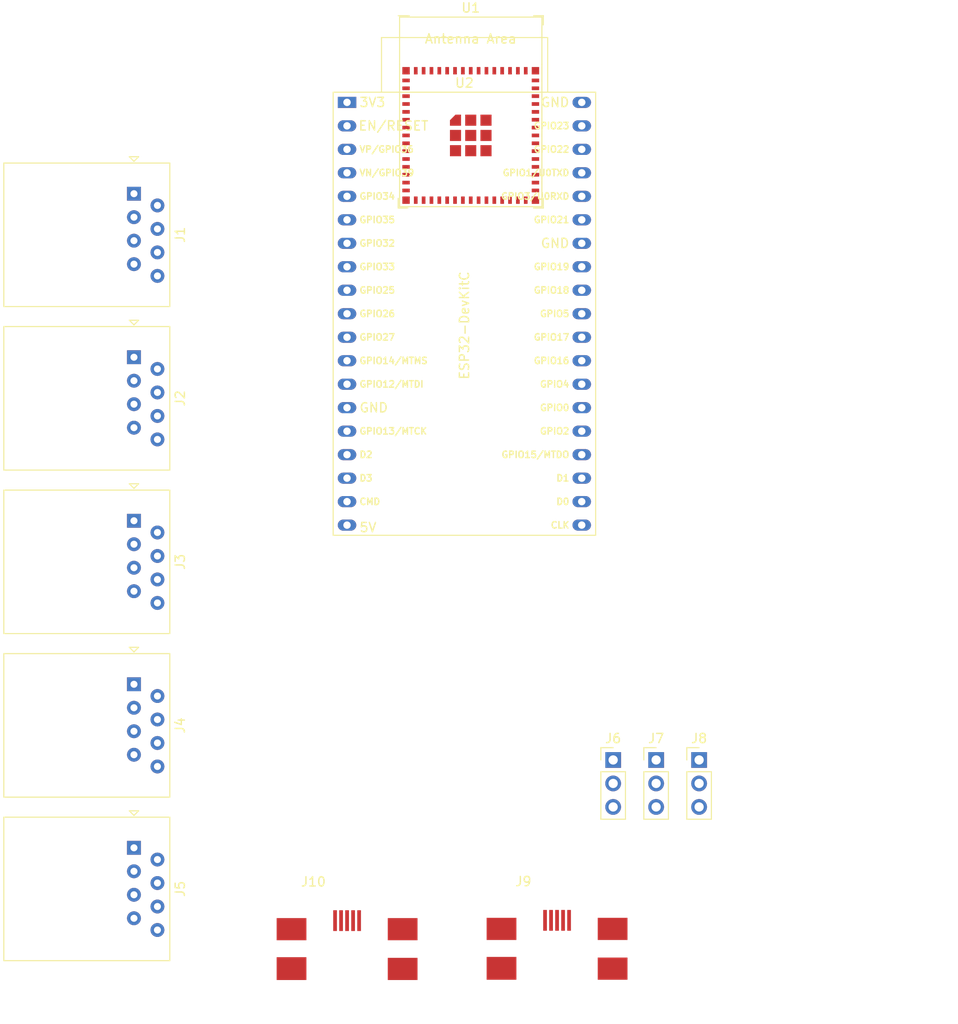
<source format=kicad_pcb>
(kicad_pcb (version 20221018) (generator pcbnew)
  (layers (0 "F.Cu" signal) (31 "B.Cu" signal) (34 "B.Paste" user) (35 "F.Paste" user) (36 "B.SilkS" user "B.Silkscreen") (37 "F.SilkS" user "F.Silkscreen") (38 "B.Mask" user) (39 "F.Mask" user) (44 "Edge.Cuts" user))
  (net 0 "")
  (net 1 "Net-(U1-GND-Pad1)")
  (net 56 "Net-(U2-GND-Pad14)")
  (footprint "ZX62M-B-5P_01_:HRS_ZX62M-B-5P-4" (layer "F.Cu") (at 101.47 176.24)
    (fp_text reference "J9" (at -3.64087 -8.15818) (layer "F.SilkS") (effects (font (size 1.001622 1.001622))))
    (fp_text value "USB_B_Micro")
    (pad "1" smd rect (at -1.3 -3.955 90) (size 2.25 0.4) (layers "F.Cu" "F.Paste" "F.Mask"))
    (pad "2" smd rect (at -0.65 -3.955 90) (size 2.25 0.4) (layers "F.Cu" "F.Paste" "F.Mask"))
    (pad "3" smd rect (at 0 -3.955 90) (size 2.25 0.4) (layers "F.Cu" "F.Paste" "F.Mask"))
    (pad "4" smd rect (at 0.65 -3.955 90) (size 2.25 0.4) (layers "F.Cu" "F.Paste" "F.Mask"))
    (pad "5" smd rect (at 1.3 -3.955 90) (size 2.25 0.4) (layers "F.Cu" "F.Paste" "F.Mask"))
    (pad "S1" smd rect (at 6.01 1.27 90) (size 2.4 3.22) (layers "F.Cu" "F.Paste" "F.Mask"))
    (pad "S2" smd rect (at -6.01 1.235 90) (size 2.47 3.22) (layers "F.Cu" "F.Paste" "F.Mask"))
    (pad "S3" smd rect (at -6.01 -3.03 90) (size 2.4 3.22) (layers "F.Cu" "F.Paste" "F.Mask"))
    (pad "S6" smd rect (at 6.01 -3.03 90) (size 2.4 3.22) (layers "F.Cu" "F.Paste" "F.Mask"))
  )
  (footprint "Connector_RJ:RJ45_Amphenol_54602-x08_Horizontal" (layer "F.Cu") (at 55.69 111.385 -90)
    (fp_text reference "J2" (at 4.445 -5 90) (layer "F.SilkS"))
    (fp_text value "RJ45")
    (fp_line (start -4 -0.5) (end -4 0.5) (stroke (width 0.12)) (layer "F.SilkS"))
    (fp_line (start -4 0.5) (end -3.5 0) (stroke (width 0.12)) (layer "F.SilkS"))
    (fp_line (start -3.5 0) (end -4 -0.5) (stroke (width 0.12)) (layer "F.SilkS"))
    (fp_line (start -3.315 -3.88) (end -3.315 14.08) (stroke (width 0.12)) (layer "F.SilkS"))
    (fp_line (start -3.315 14.08) (end 12.205 14.08) (stroke (width 0.12)) (layer "F.SilkS"))
    (fp_line (start 12.205 -3.88) (end -3.315 -3.88) (stroke (width 0.12)) (layer "F.SilkS"))
    (fp_line (start 12.205 -3.88) (end 12.205 14.08) (stroke (width 0.12)) (layer "F.SilkS"))
    (pad "" np_thru_hole circle (at -1.27 6.35 270) (size 3.2 3.2) (drill 3.2) (layers "*.Cu" "*.Mask"))
    (pad "" np_thru_hole circle (at 10.16 6.35 270) (size 3.2 3.2) (drill 3.2) (layers "*.Cu" "*.Mask"))
    (pad "1" thru_hole rect (at 0 0 270) (size 1.5 1.5) (drill 0.76) (layers "*.Cu" "*.Mask"))
    (pad "2" thru_hole circle (at 1.27 -2.54 270) (size 1.5 1.5) (drill 0.76) (layers "*.Cu" "*.Mask"))
    (pad "3" thru_hole circle (at 2.54 0 270) (size 1.5 1.5) (drill 0.76) (layers "*.Cu" "*.Mask"))
    (pad "4" thru_hole circle (at 3.81 -2.54 270) (size 1.5 1.5) (drill 0.76) (layers "*.Cu" "*.Mask"))
    (pad "5" thru_hole circle (at 5.08 0 270) (size 1.5 1.5) (drill 0.76) (layers "*.Cu" "*.Mask"))
    (pad "6" thru_hole circle (at 6.35 -2.54 270) (size 1.5 1.5) (drill 0.76) (layers "*.Cu" "*.Mask"))
    (pad "7" thru_hole circle (at 7.62 0 270) (size 1.5 1.5) (drill 0.76) (layers "*.Cu" "*.Mask"))
    (pad "8" thru_hole circle (at 8.89 -2.54 270) (size 1.5 1.5) (drill 0.76) (layers "*.Cu" "*.Mask"))
  )
  (footprint "Connector_RJ:RJ45_Amphenol_54602-x08_Horizontal" (layer "F.Cu") (at 55.69 93.7 -90)
    (fp_text reference "J1" (at 4.445 -5 90) (layer "F.SilkS"))
    (fp_text value "RJ45")
    (fp_line (start -4 -0.5) (end -4 0.5) (stroke (width 0.12)) (layer "F.SilkS"))
    (fp_line (start -4 0.5) (end -3.5 0) (stroke (width 0.12)) (layer "F.SilkS"))
    (fp_line (start -3.5 0) (end -4 -0.5) (stroke (width 0.12)) (layer "F.SilkS"))
    (fp_line (start -3.315 -3.88) (end -3.315 14.08) (stroke (width 0.12)) (layer "F.SilkS"))
    (fp_line (start -3.315 14.08) (end 12.205 14.08) (stroke (width 0.12)) (layer "F.SilkS"))
    (fp_line (start 12.205 -3.88) (end -3.315 -3.88) (stroke (width 0.12)) (layer "F.SilkS"))
    (fp_line (start 12.205 -3.88) (end 12.205 14.08) (stroke (width 0.12)) (layer "F.SilkS"))
    (pad "" np_thru_hole circle (at -1.27 6.35 270) (size 3.2 3.2) (drill 3.2) (layers "*.Cu" "*.Mask"))
    (pad "" np_thru_hole circle (at 10.16 6.35 270) (size 3.2 3.2) (drill 3.2) (layers "*.Cu" "*.Mask"))
    (pad "1" thru_hole rect (at 0 0 270) (size 1.5 1.5) (drill 0.76) (layers "*.Cu" "*.Mask"))
    (pad "2" thru_hole circle (at 1.27 -2.54 270) (size 1.5 1.5) (drill 0.76) (layers "*.Cu" "*.Mask"))
    (pad "3" thru_hole circle (at 2.54 0 270) (size 1.5 1.5) (drill 0.76) (layers "*.Cu" "*.Mask"))
    (pad "4" thru_hole circle (at 3.81 -2.54 270) (size 1.5 1.5) (drill 0.76) (layers "*.Cu" "*.Mask"))
    (pad "5" thru_hole circle (at 5.08 0 270) (size 1.5 1.5) (drill 0.76) (layers "*.Cu" "*.Mask"))
    (pad "6" thru_hole circle (at 6.35 -2.54 270) (size 1.5 1.5) (drill 0.76) (layers "*.Cu" "*.Mask"))
    (pad "7" thru_hole circle (at 7.62 0 270) (size 1.5 1.5) (drill 0.76) (layers "*.Cu" "*.Mask"))
    (pad "8" thru_hole circle (at 8.89 -2.54 270) (size 1.5 1.5) (drill 0.76) (layers "*.Cu" "*.Mask"))
  )
  (footprint "Connector_RJ:RJ45_Amphenol_54602-x08_Horizontal" (layer "F.Cu") (at 55.69 164.44 -90)
    (fp_text reference "J5" (at 4.445 -5 90) (layer "F.SilkS"))
    (fp_text value "RJ45")
    (fp_line (start -4 -0.5) (end -4 0.5) (stroke (width 0.12)) (layer "F.SilkS"))
    (fp_line (start -4 0.5) (end -3.5 0) (stroke (width 0.12)) (layer "F.SilkS"))
    (fp_line (start -3.5 0) (end -4 -0.5) (stroke (width 0.12)) (layer "F.SilkS"))
    (fp_line (start -3.315 -3.88) (end -3.315 14.08) (stroke (width 0.12)) (layer "F.SilkS"))
    (fp_line (start -3.315 14.08) (end 12.205 14.08) (stroke (width 0.12)) (layer "F.SilkS"))
    (fp_line (start 12.205 -3.88) (end -3.315 -3.88) (stroke (width 0.12)) (layer "F.SilkS"))
    (fp_line (start 12.205 -3.88) (end 12.205 14.08) (stroke (width 0.12)) (layer "F.SilkS"))
    (pad "" np_thru_hole circle (at -1.27 6.35 270) (size 3.2 3.2) (drill 3.2) (layers "*.Cu" "*.Mask"))
    (pad "" np_thru_hole circle (at 10.16 6.35 270) (size 3.2 3.2) (drill 3.2) (layers "*.Cu" "*.Mask"))
    (pad "1" thru_hole rect (at 0 0 270) (size 1.5 1.5) (drill 0.76) (layers "*.Cu" "*.Mask"))
    (pad "2" thru_hole circle (at 1.27 -2.54 270) (size 1.5 1.5) (drill 0.76) (layers "*.Cu" "*.Mask"))
    (pad "3" thru_hole circle (at 2.54 0 270) (size 1.5 1.5) (drill 0.76) (layers "*.Cu" "*.Mask"))
    (pad "4" thru_hole circle (at 3.81 -2.54 270) (size 1.5 1.5) (drill 0.76) (layers "*.Cu" "*.Mask"))
    (pad "5" thru_hole circle (at 5.08 0 270) (size 1.5 1.5) (drill 0.76) (layers "*.Cu" "*.Mask"))
    (pad "6" thru_hole circle (at 6.35 -2.54 270) (size 1.5 1.5) (drill 0.76) (layers "*.Cu" "*.Mask"))
    (pad "7" thru_hole circle (at 7.62 0 270) (size 1.5 1.5) (drill 0.76) (layers "*.Cu" "*.Mask"))
    (pad "8" thru_hole circle (at 8.89 -2.54 270) (size 1.5 1.5) (drill 0.76) (layers "*.Cu" "*.Mask"))
  )
  (footprint "PCM_Espressif:ESP32-DevKitC" (layer "F.Cu") (at 78.74368 83.82272)
    (fp_text reference "U2" (at 12.7 -2.1) (layer "F.SilkS"))
    (fp_text value "ESP32-DevKitC" (at 12.7 24.13 90) (layer "F.SilkS"))
    (fp_text user "CLK" (at 24.13 45.72 unlocked) (layer "F.SilkS") (effects (font (size 0.7 0.7)) (justify right)))
    (fp_text user "GND" (at 1.27 33.02 unlocked) (layer "F.SilkS") (effects (justify left)))
    (fp_text user "GPIO16" (at 24.13 27.94 unlocked) (layer "F.SilkS") (effects (font (size 0.7 0.7)) (justify right)))
    (fp_text user "GPIO18" (at 24.13 20.32 unlocked) (layer "F.SilkS") (effects (font (size 0.7 0.7)) (justify right)))
    (fp_text user "GPIO34" (at 1.27 10.16 unlocked) (layer "F.SilkS") (effects (font (size 0.7 0.7)) (justify left)))
    (fp_text user "5V" (at 1.26632 45.97128 unlocked) (layer "F.SilkS") (effects (justify left)))
    (fp_text user "D3" (at 1.27 40.64 unlocked) (layer "F.SilkS") (effects (font (size 0.7 0.7)) (justify left)))
    (fp_text user "D2" (at 1.27 38.1 unlocked) (layer "F.SilkS") (effects (font (size 0.7 0.7)) (justify left)))
    (fp_text user "EN/RESET" (at 8.88632 2.53728 unlocked) (layer "F.SilkS") (effects (justify right)))
    (fp_text user "GPIO19" (at 24.13 17.78 unlocked) (layer "F.SilkS") (effects (font (size 0.7 0.7)) (justify right)))
    (fp_text user "GPIO21" (at 24.13 12.7 unlocked) (layer "F.SilkS") (effects (font (size 0.7 0.7)) (justify right)))
    (fp_text user "GPIO17" (at 24.13 25.4 unlocked) (layer "F.SilkS") (effects (font (size 0.7 0.7)) (justify right)))
    (fp_text user "GPIO25" (at 1.27 20.32 unlocked) (layer "F.SilkS") (effects (font (size 0.7 0.7)) (justify left)))
    (fp_text user "VP/GPIO36" (at 1.27 5.08 unlocked) (layer "F.SilkS") (effects (font (size 0.7 0.7)) (justify left)))
    (fp_text user "GPIO4" (at 24.13 30.48 unlocked) (layer "F.SilkS") (effects (font (size 0.7 0.7)) (justify right)))
    (fp_text user "VN/GPIO39" (at 1.27 7.62 unlocked) (layer "F.SilkS") (effects (font (size 0.7 0.7)) (justify left)))
    (fp_text user "GPIO15/MTDO" (at 24.13 38.1 unlocked) (layer "F.SilkS") (effects (font (size 0.7 0.7)) (justify right)))
    (fp_text user "GPIO13/MTCK" (at 1.27 35.56 unlocked) (layer "F.SilkS") (effects (font (size 0.7 0.7)) (justify left)))
    (fp_text user "3V3" (at 1.27 0 unlocked) (layer "F.SilkS") (effects (justify left)))
    (fp_text user "GPIO12/MTDI" (at 1.27 30.48 unlocked) (layer "F.SilkS") (effects (font (size 0.7 0.7)) (justify left)))
    (fp_text user "GPIO35" (at 1.27 12.7 unlocked) (layer "F.SilkS") (effects (font (size 0.7 0.7)) (justify left)))
    (fp_text user "GPIO33" (at 1.27 17.78 unlocked) (layer "F.SilkS") (effects (font (size 0.7 0.7)) (justify left)))
    (fp_text user "GPIO32" (at 1.27 15.24 unlocked) (layer "F.SilkS") (effects (font (size 0.7 0.7)) (justify left)))
    (fp_text user "CMD" (at 1.27 43.18 unlocked) (layer "F.SilkS") (effects (font (size 0.7 0.7)) (justify left)))
    (fp_text user "GPIO3/U0RXD" (at 24.13 10.16 unlocked) (layer "F.SilkS") (effects (font (size 0.7 0.7)) (justify right)))
    (fp_text user "GPIO22" (at 24.13 5.08 unlocked) (layer "F.SilkS") (effects (font (size 0.7 0.7)) (justify right)))
    (fp_text user "GND" (at 24.13 0 unlocked) (layer "F.SilkS") (effects (justify right)))
    (fp_text user "GPIO1/U0TXD" (at 24.13 7.62 unlocked) (layer "F.SilkS") (effects (font (size 0.7 0.7)) (justify right)))
    (fp_text user "GPIO14/MTMS" (at 1.27 27.94 unlocked) (layer "F.SilkS") (effects (font (size 0.7 0.7)) (justify left)))
    (fp_text user "GPIO2" (at 24.13 35.56 unlocked) (layer "F.SilkS") (effects (font (size 0.7 0.7)) (justify right)))
    (fp_text user "GPIO0" (at 24.13 33.02 unlocked) (layer "F.SilkS") (effects (font (size 0.7 0.7)) (justify right)))
    (fp_text user "GPIO5" (at 24.13 22.86 unlocked) (layer "F.SilkS") (effects (font (size 0.7 0.7)) (justify right)))
    (fp_text user "GPIO27" (at 1.27 25.4 unlocked) (layer "F.SilkS") (effects (font (size 0.7 0.7)) (justify left)))
    (fp_text user "GPIO26" (at 1.27 22.86 unlocked) (layer "F.SilkS") (effects (font (size 0.7 0.7)) (justify left)))
    (fp_text user "D0" (at 24.13 43.18 unlocked) (layer "F.SilkS") (effects (font (size 0.7 0.7)) (justify right)))
    (fp_text user "D1" (at 24.13 40.64 unlocked) (layer "F.SilkS") (effects (font (size 0.7 0.7)) (justify right)))
    (fp_text user "GPIO23" (at 24.13 2.54 unlocked) (layer "F.SilkS") (effects (font (size 0.7 0.7)) (justify right)))
    (fp_text user "GND" (at 24.13 15.24 unlocked) (layer "F.SilkS") (effects (justify right)))
    (fp_line (start -1.5 46.82) (end 26.899999 46.82) (stroke (width 0.12)) (layer "F.SilkS"))
    (fp_line (start -1.499999 -1.1) (end -1.5 46.82) (stroke (width 0.12)) (layer "F.SilkS"))
    (fp_line (start 3.73012 -7.01312) (end 21.71332 -7.01312) (stroke (width 0.12)) (layer "F.SilkS"))
    (fp_line (start 3.73012 -1.12032) (end 3.73012 -7.01312) (stroke (width 0.12)) (layer "F.SilkS"))
    (fp_line (start 21.71332 -7.01312) (end 21.71332 -1.12032) (stroke (width 0.12)) (layer "F.SilkS"))
    (fp_line (start 26.899999 46.82) (end 26.9 -1.1) (stroke (width 0.12)) (layer "F.SilkS"))
    (fp_line (start 26.9 -1.1) (end -1.499999 -1.1) (stroke (width 0.12)) (layer "F.SilkS"))
    (pad "1" thru_hole rect (at 0 0 270) (size 1.2 2) (drill 0.8) (layers "*.Cu" "*.Mask"))
    (pad "2" thru_hole oval (at 0 2.54 270) (size 1.2 2) (drill 0.8) (layers "*.Cu" "*.Mask"))
    (pad "3" thru_hole oval (at 0 5.08 270) (size 1.2 2) (drill 0.8) (layers "*.Cu" "*.Mask"))
    (pad "4" thru_hole oval (at 0 7.62 270) (size 1.2 2) (drill 0.8) (layers "*.Cu" "*.Mask"))
    (pad "5" thru_hole oval (at 0 10.16 270) (size 1.2 2) (drill 0.8) (layers "*.Cu" "*.Mask"))
    (pad "6" thru_hole oval (at 0 12.7 270) (size 1.2 2) (drill 0.8) (layers "*.Cu" "*.Mask"))
    (pad "7" thru_hole oval (at 0 15.24 270) (size 1.2 2) (drill 0.8) (layers "*.Cu" "*.Mask"))
    (pad "8" thru_hole oval (at 0 17.78 270) (size 1.2 2) (drill 0.8) (layers "*.Cu" "*.Mask"))
    (pad "9" thru_hole oval (at 0 20.32 270) (size 1.2 2) (drill 0.8) (layers "*.Cu" "*.Mask"))
    (pad "10" thru_hole oval (at 0 22.86 270) (size 1.2 2) (drill 0.8) (layers "*.Cu" "*.Mask"))
    (pad "11" thru_hole oval (at 0 25.4 270) (size 1.2 2) (drill 0.8) (layers "*.Cu" "*.Mask"))
    (pad "12" thru_hole oval (at 0 27.94 270) (size 1.2 2) (drill 0.8) (layers "*.Cu" "*.Mask"))
    (pad "13" thru_hole oval (at 0 30.48 270) (size 1.2 2) (drill 0.8) (layers "*.Cu" "*.Mask"))
    (pad "14" thru_hole oval (at 0 33.02 270) (size 1.2 2) (drill 0.8) (layers "*.Cu" "*.Mask") (net 56 "Net-(U2-GND-Pad14)"))
    (pad "15" thru_hole oval (at 0 35.56 270) (size 1.2 2) (drill 0.8) (layers "*.Cu" "*.Mask"))
    (pad "16" thru_hole oval (at 0 38.1 270) (size 1.2 2) (drill 0.8) (layers "*.Cu" "*.Mask"))
    (pad "17" thru_hole oval (at 0 40.64 270) (size 1.2 2) (drill 0.8) (layers "*.Cu" "*.Mask"))
    (pad "18" thru_hole oval (at 0 43.18 270) (size 1.2 2) (drill 0.8) (layers "*.Cu" "*.Mask"))
    (pad "19" thru_hole oval (at 0 45.72 270) (size 1.2 2) (drill 0.8) (layers "*.Cu" "*.Mask"))
    (pad "20" thru_hole oval (at 25.39632 45.71728 270) (size 1.2 2) (drill 0.8) (layers "*.Cu" "*.Mask"))
    (pad "21" thru_hole oval (at 25.39632 43.17728 270) (size 1.2 2) (drill 0.8) (layers "*.Cu" "*.Mask"))
    (pad "22" thru_hole oval (at 25.4 40.64 270) (size 1.2 2) (drill 0.8) (layers "*.Cu" "*.Mask"))
    (pad "23" thru_hole oval (at 25.4 38.1 270) (size 1.2 2) (drill 0.8) (layers "*.Cu" "*.Mask"))
    (pad "24" thru_hole oval (at 25.4 35.56 270) (size 1.2 2) (drill 0.8) (layers "*.Cu" "*.Mask"))
    (pad "25" thru_hole oval (at 25.4 33.02 270) (size 1.2 2) (drill 0.8) (layers "*.Cu" "*.Mask"))
    (pad "26" thru_hole oval (at 25.4 30.48 270) (size 1.2 2) (drill 0.8) (layers "*.Cu" "*.Mask"))
    (pad "27" thru_hole oval (at 25.4 27.94 270) (size 1.2 2) (drill 0.8) (layers "*.Cu" "*.Mask"))
    (pad "28" thru_hole oval (at 25.4 25.4 270) (size 1.2 2) (drill 0.8) (layers "*.Cu" "*.Mask"))
    (pad "29" thru_hole oval (at 25.4 22.86 270) (size 1.2 2) (drill 0.8) (layers "*.Cu" "*.Mask"))
    (pad "30" thru_hole oval (at 25.4 20.32 270) (size 1.2 2) (drill 0.8) (layers "*.Cu" "*.Mask"))
    (pad "31" thru_hole oval (at 25.4 17.78 270) (size 1.2 2) (drill 0.8) (layers "*.Cu" "*.Mask"))
    (pad "32" thru_hole oval (at 25.4 15.24 270) (size 1.2 2) (drill 0.8) (layers "*.Cu" "*.Mask") (net 56 "Net-(U2-GND-Pad14)"))
    (pad "33" thru_hole oval (at 25.4 12.7 270) (size 1.2 2) (drill 0.8) (layers "*.Cu" "*.Mask"))
    (pad "34" thru_hole oval (at 25.4 10.16 270) (size 1.2 2) (drill 0.8) (layers "*.Cu" "*.Mask"))
    (pad "35" thru_hole oval (at 25.4 7.62 270) (size 1.2 2) (drill 0.8) (layers "*.Cu" "*.Mask"))
    (pad "36" thru_hole oval (at 25.4 5.08 270) (size 1.2 2) (drill 0.8) (layers "*.Cu" "*.Mask"))
    (pad "37" thru_hole oval (at 25.4 2.54 270) (size 1.2 2) (drill 0.8) (layers "*.Cu" "*.Mask"))
    (pad "38" thru_hole oval (at 25.4 0 270) (size 1.2 2) (drill 0.8) (layers "*.Cu" "*.Mask") (net 56 "Net-(U2-GND-Pad14)"))
  )
  (footprint "Connector_RJ:RJ45_Amphenol_54602-x08_Horizontal" (layer "F.Cu") (at 55.69 129.07 -90)
    (fp_text reference "J3" (at 4.445 -5 90) (layer "F.SilkS"))
    (fp_text value "RJ45")
    (fp_line (start -4 -0.5) (end -4 0.5) (stroke (width 0.12)) (layer "F.SilkS"))
    (fp_line (start -4 0.5) (end -3.5 0) (stroke (width 0.12)) (layer "F.SilkS"))
    (fp_line (start -3.5 0) (end -4 -0.5) (stroke (width 0.12)) (layer "F.SilkS"))
    (fp_line (start -3.315 -3.88) (end -3.315 14.08) (stroke (width 0.12)) (layer "F.SilkS"))
    (fp_line (start -3.315 14.08) (end 12.205 14.08) (stroke (width 0.12)) (layer "F.SilkS"))
    (fp_line (start 12.205 -3.88) (end -3.315 -3.88) (stroke (width 0.12)) (layer "F.SilkS"))
    (fp_line (start 12.205 -3.88) (end 12.205 14.08) (stroke (width 0.12)) (layer "F.SilkS"))
    (pad "" np_thru_hole circle (at -1.27 6.35 270) (size 3.2 3.2) (drill 3.2) (layers "*.Cu" "*.Mask"))
    (pad "" np_thru_hole circle (at 10.16 6.35 270) (size 3.2 3.2) (drill 3.2) (layers "*.Cu" "*.Mask"))
    (pad "1" thru_hole rect (at 0 0 270) (size 1.5 1.5) (drill 0.76) (layers "*.Cu" "*.Mask"))
    (pad "2" thru_hole circle (at 1.27 -2.54 270) (size 1.5 1.5) (drill 0.76) (layers "*.Cu" "*.Mask"))
    (pad "3" thru_hole circle (at 2.54 0 270) (size 1.5 1.5) (drill 0.76) (layers "*.Cu" "*.Mask"))
    (pad "4" thru_hole circle (at 3.81 -2.54 270) (size 1.5 1.5) (drill 0.76) (layers "*.Cu" "*.Mask"))
    (pad "5" thru_hole circle (at 5.08 0 270) (size 1.5 1.5) (drill 0.76) (layers "*.Cu" "*.Mask"))
    (pad "6" thru_hole circle (at 6.35 -2.54 270) (size 1.5 1.5) (drill 0.76) (layers "*.Cu" "*.Mask"))
    (pad "7" thru_hole circle (at 7.62 0 270) (size 1.5 1.5) (drill 0.76) (layers "*.Cu" "*.Mask"))
    (pad "8" thru_hole circle (at 8.89 -2.54 270) (size 1.5 1.5) (drill 0.76) (layers "*.Cu" "*.Mask"))
  )
  (footprint "Connector_PinHeader_2.54mm:PinHeader_1x03_P2.54mm_Vertical" (layer "F.Cu") (at 112.19 154.94)
    (fp_text reference "J7" (at 0 -2.33) (layer "F.SilkS"))
    (fp_text value "Conn_01x03")
    (fp_line (start -1.33 -1.33) (end 0 -1.33) (stroke (width 0.12)) (layer "F.SilkS"))
    (fp_line (start -1.33 0) (end -1.33 -1.33) (stroke (width 0.12)) (layer "F.SilkS"))
    (fp_line (start -1.33 1.27) (end -1.33 6.41) (stroke (width 0.12)) (layer "F.SilkS"))
    (fp_line (start -1.33 1.27) (end 1.33 1.27) (stroke (width 0.12)) (layer "F.SilkS"))
    (fp_line (start -1.33 6.41) (end 1.33 6.41) (stroke (width 0.12)) (layer "F.SilkS"))
    (fp_line (start 1.33 1.27) (end 1.33 6.41) (stroke (width 0.12)) (layer "F.SilkS"))
    (pad "1" thru_hole rect (at 0 0) (size 1.7 1.7) (drill 1) (layers "*.Cu" "*.Mask"))
    (pad "2" thru_hole oval (at 0 2.54) (size 1.7 1.7) (drill 1) (layers "*.Cu" "*.Mask"))
    (pad "3" thru_hole oval (at 0 5.08) (size 1.7 1.7) (drill 1) (layers "*.Cu" "*.Mask"))
  )
  (footprint "PCM_Espressif:ESP32-S3-MINI-1" (layer "F.Cu") (at 92.13 87.4)
    (fp_text reference "U1" (at 0 -13.8) (layer "F.SilkS"))
    (fp_text value "ESP32-S3-MINI-1")
    (fp_text user "Antenna Area" (at 0 -10.45) (layer "F.SilkS"))
    (fp_line (start -7.85 7.85) (end -7.85 6.8) (stroke (width 0.12)) (layer "F.SilkS"))
    (fp_line (start -7.7 -12.8) (end -7.7 -7.7) (stroke (width 0.12)) (layer "F.SilkS"))
    (fp_line (start -7.7 -12.8) (end 7.7 -12.8) (stroke (width 0.12)) (layer "F.SilkS"))
    (fp_line (start -7.7 7.7) (end -7.7 -7.7) (stroke (width 0.12)) (layer "F.SilkS"))
    (fp_line (start -6.8 7.85) (end -7.85 7.85) (stroke (width 0.12)) (layer "F.SilkS"))
    (fp_line (start -6.65 -12.95) (end -7.85 -12.95) (stroke (width 0.12)) (layer "F.SilkS"))
    (fp_line (start 6.8 -12.95) (end 7.85 -12.95) (stroke (width 0.12)) (layer "F.SilkS"))
    (fp_line (start 6.8 7.85) (end 7.85 7.85) (stroke (width 0.12)) (layer "F.SilkS"))
    (fp_line (start 7.7 -12.8) (end 7.7 -7.7) (stroke (width 0.12)) (layer "F.SilkS"))
    (fp_line (start 7.7 -7.7) (end 7.7 7.7) (stroke (width 0.12)) (layer "F.SilkS"))
    (fp_line (start 7.7 7.7) (end -7.7 7.7) (stroke (width 0.12)) (layer "F.SilkS"))
    (fp_line (start 7.85 -12.95) (end 7.85 -11.95) (stroke (width 0.12)) (layer "F.SilkS"))
    (fp_line (start 7.85 7.85) (end 7.85 6.8) (stroke (width 0.12)) (layer "F.SilkS"))
    (pad "1" smd rect (at -7 -5.95 90) (size 0.4 0.8) (layers "F.Cu" "F.Paste" "F.Mask") (net 1 "Net-(U1-GND-Pad1)"))
    (pad "2" smd rect (at -7 -5.1 90) (size 0.4 0.8) (layers "F.Cu" "F.Paste" "F.Mask") (net 1 "Net-(U1-GND-Pad1)"))
    (pad "3" smd rect (at -7 -4.25 90) (size 0.4 0.8) (layers "F.Cu" "F.Paste" "F.Mask"))
    (pad "4" smd rect (at -7 -3.4 90) (size 0.4 0.8) (layers "F.Cu" "F.Paste" "F.Mask"))
    (pad "5" smd rect (at -7 -2.55 90) (size 0.4 0.8) (layers "F.Cu" "F.Paste" "F.Mask"))
    (pad "6" smd rect (at -7 -1.7 90) (size 0.4 0.8) (layers "F.Cu" "F.Paste" "F.Mask"))
    (pad "7" smd rect (at -7 -0.85 90) (size 0.4 0.8) (layers "F.Cu" "F.Paste" "F.Mask"))
    (pad "8" smd rect (at -7 0 90) (size 0.4 0.8) (layers "F.Cu" "F.Paste" "F.Mask"))
    (pad "9" smd rect (at -7 0.85 90) (size 0.4 0.8) (layers "F.Cu" "F.Paste" "F.Mask"))
    (pad "10" smd rect (at -7 1.7 90) (size 0.4 0.8) (layers "F.Cu" "F.Paste" "F.Mask"))
    (pad "11" smd rect (at -7 2.55 90) (size 0.4 0.8) (layers "F.Cu" "F.Paste" "F.Mask"))
    (pad "12" smd rect (at -7 3.4 90) (size 0.4 0.8) (layers "F.Cu" "F.Paste" "F.Mask"))
    (pad "13" smd rect (at -7 4.25 90) (size 0.4 0.8) (layers "F.Cu" "F.Paste" "F.Mask"))
    (pad "14" smd rect (at -7 5.1 90) (size 0.4 0.8) (layers "F.Cu" "F.Paste" "F.Mask"))
    (pad "15" smd rect (at -7 5.95 90) (size 0.4 0.8) (layers "F.Cu" "F.Paste" "F.Mask"))
    (pad "16" smd rect (at -5.95 7) (size 0.4 0.8) (layers "F.Cu" "F.Paste" "F.Mask"))
    (pad "17" smd rect (at -5.1 7) (size 0.4 0.8) (layers "F.Cu" "F.Paste" "F.Mask"))
    (pad "18" smd rect (at -4.25 7) (size 0.4 0.8) (layers "F.Cu" "F.Paste" "F.Mask"))
    (pad "19" smd rect (at -3.4 7) (size 0.4 0.8) (layers "F.Cu" "F.Paste" "F.Mask"))
    (pad "20" smd rect (at -2.55 7) (size 0.4 0.8) (layers "F.Cu" "F.Paste" "F.Mask"))
    (pad "21" smd rect (at -1.7 7) (size 0.4 0.8) (layers "F.Cu" "F.Paste" "F.Mask"))
    (pad "22" smd rect (at -0.85 7) (size 0.4 0.8) (layers "F.Cu" "F.Paste" "F.Mask"))
    (pad "23" smd rect (at 0 7) (size 0.4 0.8) (layers "F.Cu" "F.Paste" "F.Mask"))
    (pad "24" smd rect (at 0.85 7) (size 0.4 0.8) (layers "F.Cu" "F.Paste" "F.Mask"))
    (pad "25" smd rect (at 1.7 7) (size 0.4 0.8) (layers "F.Cu" "F.Paste" "F.Mask"))
    (pad "26" smd rect (at 2.55 7) (size 0.4 0.8) (layers "F.Cu" "F.Paste" "F.Mask"))
    (pad "27" smd rect (at 3.4 7) (size 0.4 0.8) (layers "F.Cu" "F.Paste" "F.Mask"))
    (pad "28" smd rect (at 4.25 7) (size 0.4 0.8) (layers "F.Cu" "F.Paste" "F.Mask"))
    (pad "29" smd rect (at 5.1 7) (size 0.4 0.8) (layers "F.Cu" "F.Paste" "F.Mask"))
    (pad "30" smd rect (at 5.95 7) (size 0.4 0.8) (layers "F.Cu" "F.Paste" "F.Mask"))
    (pad "31" smd rect (at 7 5.95 90) (size 0.4 0.8) (layers "F.Cu" "F.Paste" "F.Mask"))
    (pad "32" smd rect (at 7 5.1 90) (size 0.4 0.8) (layers "F.Cu" "F.Paste" "F.Mask"))
    (pad "33" smd rect (at 7 4.25 90) (size 0.4 0.8) (layers "F.Cu" "F.Paste" "F.Mask"))
    (pad "34" smd rect (at 7 3.4 90) (size 0.4 0.8) (layers "F.Cu" "F.Paste" "F.Mask"))
    (pad "35" smd rect (at 7 2.55 90) (size 0.4 0.8) (layers "F.Cu" "F.Paste" "F.Mask"))
    (pad "36" smd rect (at 7 1.7 90) (size 0.4 0.8) (layers "F.Cu" "F.Paste" "F.Mask"))
    (pad "37" smd rect (at 7 0.85 90) (size 0.4 0.8) (layers "F.Cu" "F.Paste" "F.Mask"))
    (pad "38" smd rect (at 7 0 90) (size 0.4 0.8) (layers "F.Cu" "F.Paste" "F.Mask"))
    (pad "39" smd rect (at 7 -0.85 90) (size 0.4 0.8) (layers "F.Cu" "F.Paste" "F.Mask"))
    (pad "40" smd rect (at 7 -1.7 90) (size 0.4 0.8) (layers "F.Cu" "F.Paste" "F.Mask"))
    (pad "41" smd rect (at 7 -2.55 90) (size 0.4 0.8) (layers "F.Cu" "F.Paste" "F.Mask"))
    (pad "42" smd rect (at 7 -3.4 90) (size 0.4 0.8) (layers "F.Cu" "F.Paste" "F.Mask") (net 1 "Net-(U1-GND-Pad1)"))
    (pad "43" smd rect (at 7 -4.25 90) (size 0.4 0.8) (layers "F.Cu" "F.Paste" "F.Mask") (net 1 "Net-(U1-GND-Pad1)"))
    (pad "44" smd rect (at 7 -5.1 90) (size 0.4 0.8) (layers "F.Cu" "F.Paste" "F.Mask"))
    (pad "45" smd rect (at 7 -5.95 90) (size 0.4 0.8) (layers "F.Cu" "F.Paste" "F.Mask"))
    (pad "46" smd rect (at 5.95 -7) (size 0.4 0.8) (layers "F.Cu" "F.Paste" "F.Mask") (net 1 "Net-(U1-GND-Pad1)"))
    (pad "47" smd rect (at 5.1 -7) (size 0.4 0.8) (layers "F.Cu" "F.Paste" "F.Mask") (net 1 "Net-(U1-GND-Pad1)"))
    (pad "48" smd rect (at 4.25 -7) (size 0.4 0.8) (layers "F.Cu" "F.Paste" "F.Mask") (net 1 "Net-(U1-GND-Pad1)"))
    (pad "49" smd rect (at 3.4 -7) (size 0.4 0.8) (layers "F.Cu" "F.Paste" "F.Mask") (net 1 "Net-(U1-GND-Pad1)"))
    (pad "50" smd rect (at 2.55 -7) (size 0.4 0.8) (layers "F.Cu" "F.Paste" "F.Mask") (net 1 "Net-(U1-GND-Pad1)"))
    (pad "51" smd rect (at 1.7 -7) (size 0.4 0.8) (layers "F.Cu" "F.Paste" "F.Mask") (net 1 "Net-(U1-GND-Pad1)"))
    (pad "52" smd rect (at 0.85 -7) (size 0.4 0.8) (layers "F.Cu" "F.Paste" "F.Mask") (net 1 "Net-(U1-GND-Pad1)"))
    (pad "53" smd rect (at 0 -7) (size 0.4 0.8) (layers "F.Cu" "F.Paste" "F.Mask") (net 1 "Net-(U1-GND-Pad1)"))
    (pad "54" smd rect (at -0.85 -7) (size 0.4 0.8) (layers "F.Cu" "F.Paste" "F.Mask") (net 1 "Net-(U1-GND-Pad1)"))
    (pad "55" smd rect (at -1.7 -7) (size 0.4 0.8) (layers "F.Cu" "F.Paste" "F.Mask") (net 1 "Net-(U1-GND-Pad1)"))
    (pad "56" smd rect (at -2.55 -7) (size 0.4 0.8) (layers "F.Cu" "F.Paste" "F.Mask") (net 1 "Net-(U1-GND-Pad1)"))
    (pad "57" smd rect (at -3.4 -7) (size 0.4 0.8) (layers "F.Cu" "F.Paste" "F.Mask") (net 1 "Net-(U1-GND-Pad1)"))
    (pad "58" smd rect (at -4.25 -7) (size 0.4 0.8) (layers "F.Cu" "F.Paste" "F.Mask") (net 1 "Net-(U1-GND-Pad1)"))
    (pad "59" smd rect (at -5.1 -7) (size 0.4 0.8) (layers "F.Cu" "F.Paste" "F.Mask") (net 1 "Net-(U1-GND-Pad1)"))
    (pad "60" smd rect (at -5.95 -7) (size 0.4 0.8) (layers "F.Cu" "F.Paste" "F.Mask") (net 1 "Net-(U1-GND-Pad1)"))
    (pad "61" smd custom (at -1.65 -1.65) (size 0.6 0.6) (layers "F.Cu" "F.Paste" "F.Mask") (net 1 "Net-(U1-GND-Pad1)") (options (clearance outline) (anchor rect)) (primitives (gr_poly (pts (xy 0.6 0.6) (xy -0.6 0.6) (xy -0.6 0) (xy 0 -0.6) (xy 0.6 -0.6)) (width 0) (fill yes))))
    (pad "61" smd rect (at -1.65 0) (size 1.2 1.2) (layers "F.Cu" "F.Paste" "F.Mask") (net 1 "Net-(U1-GND-Pad1)"))
    (pad "61" smd rect (at -1.65 1.65) (size 1.2 1.2) (layers "F.Cu" "F.Paste" "F.Mask") (net 1 "Net-(U1-GND-Pad1)"))
    (pad "61" smd rect (at 0 -1.65) (size 1.2 1.2) (layers "F.Cu" "F.Paste" "F.Mask") (net 1 "Net-(U1-GND-Pad1)"))
    (pad "61" smd rect (at 0 0) (size 1.2 1.2) (layers "F.Cu" "F.Paste" "F.Mask") (net 1 "Net-(U1-GND-Pad1)"))
    (pad "61" smd rect (at 0 1.65) (size 1.2 1.2) (layers "F.Cu" "F.Paste" "F.Mask") (net 1 "Net-(U1-GND-Pad1)"))
    (pad "61" smd rect (at 1.65 -1.65) (size 1.2 1.2) (layers "F.Cu" "F.Paste" "F.Mask") (net 1 "Net-(U1-GND-Pad1)"))
    (pad "61" smd rect (at 1.65 0) (size 1.2 1.2) (layers "F.Cu" "F.Paste" "F.Mask") (net 1 "Net-(U1-GND-Pad1)"))
    (pad "61" smd rect (at 1.65 1.65) (size 1.2 1.2) (layers "F.Cu" "F.Paste" "F.Mask") (net 1 "Net-(U1-GND-Pad1)"))
    (pad "62" smd rect (at -7 -7 180) (size 0.8 0.8) (layers "F.Cu" "F.Paste" "F.Mask") (net 1 "Net-(U1-GND-Pad1)"))
    (pad "63" smd rect (at -7 7 180) (size 0.8 0.8) (layers "F.Cu" "F.Paste" "F.Mask") (net 1 "Net-(U1-GND-Pad1)"))
    (pad "64" smd rect (at 7 7 180) (size 0.8 0.8) (layers "F.Cu" "F.Paste" "F.Mask") (net 1 "Net-(U1-GND-Pad1)"))
    (pad "65" smd rect (at 7 -7 180) (size 0.8 0.8) (layers "F.Cu" "F.Paste" "F.Mask") (net 1 "Net-(U1-GND-Pad1)"))
  )
  (footprint "Connector_RJ:RJ45_Amphenol_54602-x08_Horizontal" (layer "F.Cu") (at 55.69 146.755 -90)
    (fp_text reference "J4" (at 4.445 -5 90) (layer "F.SilkS"))
    (fp_text value "RJ45")
    (fp_line (start -4 -0.5) (end -4 0.5) (stroke (width 0.12)) (layer "F.SilkS"))
    (fp_line (start -4 0.5) (end -3.5 0) (stroke (width 0.12)) (layer "F.SilkS"))
    (fp_line (start -3.5 0) (end -4 -0.5) (stroke (width 0.12)) (layer "F.SilkS"))
    (fp_line (start -3.315 -3.88) (end -3.315 14.08) (stroke (width 0.12)) (layer "F.SilkS"))
    (fp_line (start -3.315 14.08) (end 12.205 14.08) (stroke (width 0.12)) (layer "F.SilkS"))
    (fp_line (start 12.205 -3.88) (end -3.315 -3.88) (stroke (width 0.12)) (layer "F.SilkS"))
    (fp_line (start 12.205 -3.88) (end 12.205 14.08) (stroke (width 0.12)) (layer "F.SilkS"))
    (pad "" np_thru_hole circle (at -1.27 6.35 270) (size 3.2 3.2) (drill 3.2) (layers "*.Cu" "*.Mask"))
    (pad "" np_thru_hole circle (at 10.16 6.35 270) (size 3.2 3.2) (drill 3.2) (layers "*.Cu" "*.Mask"))
    (pad "1" thru_hole rect (at 0 0 270) (size 1.5 1.5) (drill 0.76) (layers "*.Cu" "*.Mask"))
    (pad "2" thru_hole circle (at 1.27 -2.54 270) (size 1.5 1.5) (drill 0.76) (layers "*.Cu" "*.Mask"))
    (pad "3" thru_hole circle (at 2.54 0 270) (size 1.5 1.5) (drill 0.76) (layers "*.Cu" "*.Mask"))
    (pad "4" thru_hole circle (at 3.81 -2.54 270) (size 1.5 1.5) (drill 0.76) (layers "*.Cu" "*.Mask"))
    (pad "5" thru_hole circle (at 5.08 0 270) (size 1.5 1.5) (drill 0.76) (layers "*.Cu" "*.Mask"))
    (pad "6" thru_hole circle (at 6.35 -2.54 270) (size 1.5 1.5) (drill 0.76) (layers "*.Cu" "*.Mask"))
    (pad "7" thru_hole circle (at 7.62 0 270) (size 1.5 1.5) (drill 0.76) (layers "*.Cu" "*.Mask"))
    (pad "8" thru_hole circle (at 8.89 -2.54 270) (size 1.5 1.5) (drill 0.76) (layers "*.Cu" "*.Mask"))
  )
  (footprint "ZX62M-B-5P_01_:HRS_ZX62M-B-5P-4" (layer "F.Cu") (at 78.75 176.27)
    (fp_text reference "J10" (at -3.64087 -8.15818) (layer "F.SilkS") (effects (font (size 1.001622 1.001622))))
    (fp_text value "USB_B_Micro")
    (pad "1" smd rect (at -1.3 -3.955 90) (size 2.25 0.4) (layers "F.Cu" "F.Paste" "F.Mask"))
    (pad "2" smd rect (at -0.65 -3.955 90) (size 2.25 0.4) (layers "F.Cu" "F.Paste" "F.Mask"))
    (pad "3" smd rect (at 0 -3.955 90) (size 2.25 0.4) (layers "F.Cu" "F.Paste" "F.Mask"))
    (pad "4" smd rect (at 0.65 -3.955 90) (size 2.25 0.4) (layers "F.Cu" "F.Paste" "F.Mask"))
    (pad "5" smd rect (at 1.3 -3.955 90) (size 2.25 0.4) (layers "F.Cu" "F.Paste" "F.Mask"))
    (pad "S1" smd rect (at 6.01 1.27 90) (size 2.4 3.22) (layers "F.Cu" "F.Paste" "F.Mask"))
    (pad "S2" smd rect (at -6.01 1.235 90) (size 2.47 3.22) (layers "F.Cu" "F.Paste" "F.Mask"))
    (pad "S3" smd rect (at -6.01 -3.03 90) (size 2.4 3.22) (layers "F.Cu" "F.Paste" "F.Mask"))
    (pad "S6" smd rect (at 6.01 -3.03 90) (size 2.4 3.22) (layers "F.Cu" "F.Paste" "F.Mask"))
  )
  (footprint "Connector_PinHeader_2.54mm:PinHeader_1x03_P2.54mm_Vertical" (layer "F.Cu") (at 107.54 154.94)
    (fp_text reference "J6" (at 0 -2.33) (layer "F.SilkS"))
    (fp_text value "Conn_01x03")
    (fp_line (start -1.33 -1.33) (end 0 -1.33) (stroke (width 0.12)) (layer "F.SilkS"))
    (fp_line (start -1.33 0) (end -1.33 -1.33) (stroke (width 0.12)) (layer "F.SilkS"))
    (fp_line (start -1.33 1.27) (end -1.33 6.41) (stroke (width 0.12)) (layer "F.SilkS"))
    (fp_line (start -1.33 1.27) (end 1.33 1.27) (stroke (width 0.12)) (layer "F.SilkS"))
    (fp_line (start -1.33 6.41) (end 1.33 6.41) (stroke (width 0.12)) (layer "F.SilkS"))
    (fp_line (start 1.33 1.27) (end 1.33 6.41) (stroke (width 0.12)) (layer "F.SilkS"))
    (pad "1" thru_hole rect (at 0 0) (size 1.7 1.7) (drill 1) (layers "*.Cu" "*.Mask"))
    (pad "2" thru_hole oval (at 0 2.54) (size 1.7 1.7) (drill 1) (layers "*.Cu" "*.Mask"))
    (pad "3" thru_hole oval (at 0 5.08) (size 1.7 1.7) (drill 1) (layers "*.Cu" "*.Mask"))
  )
  (footprint "Connector_PinHeader_2.54mm:PinHeader_1x03_P2.54mm_Vertical" (layer "F.Cu") (at 116.84 154.94)
    (fp_text reference "J8" (at 0 -2.33) (layer "F.SilkS"))
    (fp_text value "Conn_01x03")
    (fp_line (start -1.33 -1.33) (end 0 -1.33) (stroke (width 0.12)) (layer "F.SilkS"))
    (fp_line (start -1.33 0) (end -1.33 -1.33) (stroke (width 0.12)) (layer "F.SilkS"))
    (fp_line (start -1.33 1.27) (end -1.33 6.41) (stroke (width 0.12)) (layer "F.SilkS"))
    (fp_line (start -1.33 1.27) (end 1.33 1.27) (stroke (width 0.12)) (layer "F.SilkS"))
    (fp_line (start -1.33 6.41) (end 1.33 6.41) (stroke (width 0.12)) (layer "F.SilkS"))
    (fp_line (start 1.33 1.27) (end 1.33 6.41) (stroke (width 0.12)) (layer "F.SilkS"))
    (pad "1" thru_hole rect (at 0 0) (size 1.7 1.7) (drill 1) (layers "*.Cu" "*.Mask"))
    (pad "2" thru_hole oval (at 0 2.54) (size 1.7 1.7) (drill 1) (layers "*.Cu" "*.Mask"))
    (pad "3" thru_hole oval (at 0 5.08) (size 1.7 1.7) (drill 1) (layers "*.Cu" "*.Mask"))
  )
)
</source>
